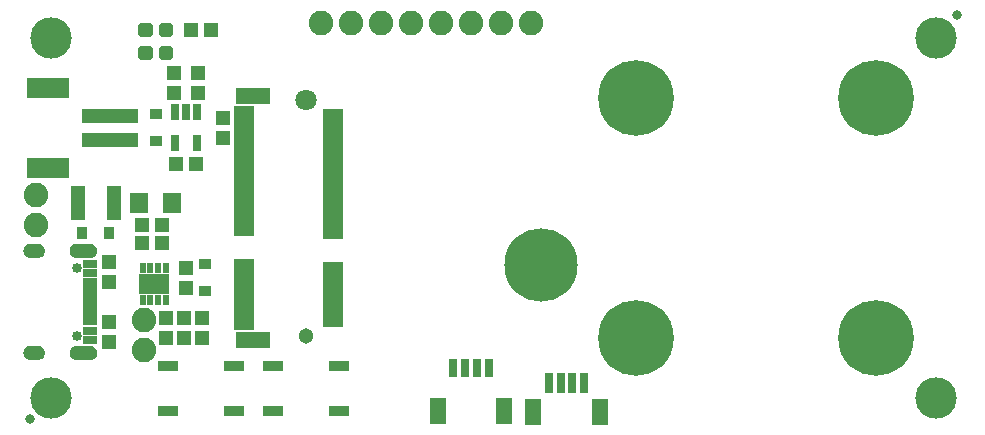
<source format=gts>
G04 EAGLE Gerber RS-274X export*
G75*
%MOMM*%
%FSLAX34Y34*%
%LPD*%
%INSoldermask Top*%
%IPPOS*%
%AMOC8*
5,1,8,0,0,1.08239X$1,22.5*%
G01*
%ADD10R,1.203200X0.503200*%
%ADD11R,1.203200X0.803200*%
%ADD12C,0.853200*%
%ADD13R,1.203200X1.303200*%
%ADD14C,0.838200*%
%ADD15C,3.505200*%
%ADD16R,1.727200X0.965200*%
%ADD17C,6.203200*%
%ADD18R,1.303200X1.203200*%
%ADD19C,0.505344*%
%ADD20C,1.303200*%
%ADD21C,1.803200*%
%ADD22R,1.753200X0.503200*%
%ADD23R,2.953200X1.403200*%
%ADD24R,1.403200X2.203200*%
%ADD25R,0.803200X1.553200*%
%ADD26R,4.803200X1.203200*%
%ADD27R,3.603200X1.803200*%
%ADD28R,0.503200X0.853200*%
%ADD29R,2.553200X1.803200*%
%ADD30R,1.603200X1.803200*%
%ADD31C,2.082800*%
%ADD32R,1.033200X0.833200*%
%ADD33R,1.203200X3.003200*%
%ADD34R,0.753200X1.403200*%
%ADD35R,0.833200X1.033200*%
%ADD36R,0.803200X1.753200*%
%ADD37C,6.400800*%

G36*
X59034Y143834D02*
X59034Y143834D01*
X59037Y143831D01*
X60159Y143986D01*
X60164Y143991D01*
X60168Y143988D01*
X61239Y144359D01*
X61243Y144365D01*
X61248Y144363D01*
X62225Y144936D01*
X62228Y144942D01*
X62233Y144941D01*
X63080Y145694D01*
X63082Y145701D01*
X63087Y145701D01*
X63771Y146604D01*
X63771Y146611D01*
X63776Y146612D01*
X64271Y147631D01*
X64269Y147638D01*
X64274Y147640D01*
X64561Y148737D01*
X64559Y148741D01*
X64561Y148742D01*
X64559Y148744D01*
X64562Y148746D01*
X64629Y149877D01*
X64627Y149881D01*
X64629Y149883D01*
X64562Y151014D01*
X64557Y151019D01*
X64561Y151023D01*
X64274Y152120D01*
X64268Y152124D01*
X64271Y152129D01*
X63776Y153148D01*
X63770Y153151D01*
X63771Y153156D01*
X63087Y154059D01*
X63080Y154061D01*
X63080Y154066D01*
X62233Y154819D01*
X62226Y154819D01*
X62225Y154824D01*
X61248Y155397D01*
X61241Y155396D01*
X61239Y155401D01*
X60168Y155772D01*
X60162Y155769D01*
X60159Y155774D01*
X59037Y155929D01*
X59032Y155926D01*
X59030Y155929D01*
X47030Y155929D01*
X47025Y155926D01*
X47022Y155929D01*
X45755Y155724D01*
X45749Y155718D01*
X45745Y155721D01*
X44555Y155239D01*
X44551Y155232D01*
X44545Y155234D01*
X43492Y154500D01*
X43490Y154492D01*
X43484Y154493D01*
X42621Y153543D01*
X42620Y153534D01*
X42615Y153534D01*
X41985Y152415D01*
X41986Y152407D01*
X41980Y152405D01*
X41615Y151175D01*
X41618Y151167D01*
X41613Y151164D01*
X41531Y149883D01*
X41534Y149879D01*
X41531Y149877D01*
X41613Y148596D01*
X41619Y148590D01*
X41615Y148585D01*
X41980Y147355D01*
X41987Y147350D01*
X41985Y147345D01*
X42615Y146226D01*
X42622Y146223D01*
X42621Y146217D01*
X43484Y145267D01*
X43492Y145266D01*
X43492Y145260D01*
X44545Y144526D01*
X44553Y144526D01*
X44555Y144521D01*
X45745Y144039D01*
X45752Y144041D01*
X45755Y144036D01*
X47022Y143831D01*
X47027Y143834D01*
X47030Y143831D01*
X59030Y143831D01*
X59034Y143834D01*
G37*
G36*
X59034Y57434D02*
X59034Y57434D01*
X59037Y57431D01*
X60159Y57586D01*
X60164Y57591D01*
X60168Y57588D01*
X61239Y57959D01*
X61243Y57965D01*
X61248Y57963D01*
X62225Y58536D01*
X62228Y58542D01*
X62233Y58541D01*
X63080Y59294D01*
X63082Y59301D01*
X63087Y59301D01*
X63771Y60204D01*
X63771Y60211D01*
X63776Y60212D01*
X64271Y61231D01*
X64269Y61238D01*
X64274Y61240D01*
X64561Y62337D01*
X64559Y62341D01*
X64561Y62342D01*
X64559Y62344D01*
X64562Y62346D01*
X64629Y63477D01*
X64627Y63481D01*
X64629Y63483D01*
X64562Y64614D01*
X64557Y64619D01*
X64561Y64623D01*
X64274Y65720D01*
X64268Y65724D01*
X64271Y65729D01*
X63776Y66748D01*
X63770Y66751D01*
X63771Y66756D01*
X63087Y67659D01*
X63080Y67661D01*
X63080Y67666D01*
X62233Y68419D01*
X62226Y68419D01*
X62225Y68424D01*
X61248Y68997D01*
X61241Y68996D01*
X61239Y69001D01*
X60168Y69372D01*
X60162Y69369D01*
X60159Y69374D01*
X59037Y69529D01*
X59032Y69526D01*
X59030Y69529D01*
X47030Y69529D01*
X47025Y69526D01*
X47022Y69529D01*
X45755Y69324D01*
X45749Y69318D01*
X45745Y69321D01*
X44555Y68839D01*
X44551Y68832D01*
X44545Y68834D01*
X43492Y68100D01*
X43490Y68092D01*
X43484Y68093D01*
X42621Y67143D01*
X42620Y67134D01*
X42615Y67134D01*
X41985Y66015D01*
X41986Y66007D01*
X41980Y66005D01*
X41615Y64775D01*
X41618Y64767D01*
X41613Y64764D01*
X41531Y63483D01*
X41534Y63479D01*
X41531Y63477D01*
X41613Y62196D01*
X41619Y62190D01*
X41615Y62185D01*
X41980Y60955D01*
X41987Y60950D01*
X41985Y60945D01*
X42615Y59826D01*
X42622Y59823D01*
X42621Y59817D01*
X43484Y58867D01*
X43492Y58866D01*
X43492Y58860D01*
X44545Y58126D01*
X44553Y58126D01*
X44555Y58121D01*
X45745Y57639D01*
X45752Y57641D01*
X45755Y57636D01*
X47022Y57431D01*
X47027Y57434D01*
X47030Y57431D01*
X59030Y57431D01*
X59034Y57434D01*
G37*
G36*
X14233Y143833D02*
X14233Y143833D01*
X14235Y143831D01*
X15411Y143942D01*
X15416Y143947D01*
X15420Y143944D01*
X16552Y144282D01*
X16556Y144288D01*
X16561Y144286D01*
X17605Y144838D01*
X17608Y144845D01*
X17613Y144843D01*
X18529Y145589D01*
X18530Y145596D01*
X18536Y145596D01*
X19289Y146506D01*
X19289Y146513D01*
X19294Y146514D01*
X19855Y147553D01*
X19854Y147558D01*
X19858Y147560D01*
X19857Y147561D01*
X19859Y147562D01*
X20206Y148691D01*
X20206Y148692D01*
X20207Y148693D01*
X20204Y148697D01*
X20208Y148700D01*
X20329Y149875D01*
X20325Y149882D01*
X20329Y149886D01*
X20172Y151226D01*
X20167Y151232D01*
X20170Y151237D01*
X19719Y152508D01*
X19712Y152513D01*
X19714Y152518D01*
X18992Y153657D01*
X18984Y153660D01*
X18985Y153666D01*
X18027Y154616D01*
X18019Y154617D01*
X18018Y154623D01*
X16873Y155336D01*
X16865Y155335D01*
X16863Y155341D01*
X15587Y155781D01*
X15580Y155779D01*
X15577Y155783D01*
X14235Y155929D01*
X14232Y155927D01*
X14230Y155929D01*
X8230Y155929D01*
X8227Y155927D01*
X8224Y155929D01*
X6895Y155774D01*
X6889Y155768D01*
X6885Y155771D01*
X5624Y155324D01*
X5619Y155317D01*
X5614Y155319D01*
X4484Y154602D01*
X4481Y154595D01*
X4475Y154596D01*
X3533Y153646D01*
X3532Y153637D01*
X3526Y153637D01*
X2819Y152501D01*
X2820Y152493D01*
X2814Y152491D01*
X2378Y151226D01*
X2380Y151218D01*
X2375Y151216D01*
X2231Y149885D01*
X2235Y149879D01*
X2231Y149875D01*
X2341Y148709D01*
X2346Y148704D01*
X2343Y148700D01*
X2678Y147577D01*
X2684Y147573D01*
X2682Y147569D01*
X3230Y146533D01*
X3236Y146530D01*
X3235Y146525D01*
X3974Y145617D01*
X3981Y145615D01*
X3981Y145610D01*
X4883Y144863D01*
X4891Y144863D01*
X4891Y144858D01*
X5922Y144301D01*
X5929Y144302D01*
X5931Y144297D01*
X7050Y143953D01*
X7057Y143955D01*
X7060Y143951D01*
X8225Y143831D01*
X8228Y143833D01*
X8230Y143831D01*
X14230Y143831D01*
X14233Y143833D01*
G37*
G36*
X14233Y57433D02*
X14233Y57433D01*
X14235Y57431D01*
X15411Y57542D01*
X15416Y57547D01*
X15420Y57544D01*
X16552Y57882D01*
X16556Y57888D01*
X16561Y57886D01*
X17605Y58438D01*
X17608Y58445D01*
X17613Y58443D01*
X18529Y59189D01*
X18530Y59196D01*
X18536Y59196D01*
X19289Y60106D01*
X19289Y60113D01*
X19294Y60114D01*
X19855Y61153D01*
X19854Y61158D01*
X19858Y61160D01*
X19857Y61161D01*
X19859Y61162D01*
X20206Y62291D01*
X20206Y62292D01*
X20207Y62293D01*
X20204Y62297D01*
X20208Y62300D01*
X20329Y63475D01*
X20325Y63482D01*
X20329Y63486D01*
X20172Y64826D01*
X20167Y64832D01*
X20170Y64837D01*
X19719Y66108D01*
X19712Y66113D01*
X19714Y66118D01*
X18992Y67257D01*
X18984Y67260D01*
X18985Y67266D01*
X18027Y68216D01*
X18019Y68217D01*
X18018Y68223D01*
X16873Y68936D01*
X16865Y68935D01*
X16863Y68941D01*
X15587Y69381D01*
X15580Y69379D01*
X15577Y69383D01*
X14235Y69529D01*
X14232Y69527D01*
X14230Y69529D01*
X8230Y69529D01*
X8227Y69527D01*
X8224Y69529D01*
X6895Y69374D01*
X6889Y69368D01*
X6885Y69371D01*
X5624Y68924D01*
X5619Y68917D01*
X5614Y68919D01*
X4484Y68202D01*
X4481Y68195D01*
X4475Y68196D01*
X3533Y67246D01*
X3532Y67237D01*
X3526Y67237D01*
X2819Y66101D01*
X2820Y66093D01*
X2814Y66091D01*
X2378Y64826D01*
X2380Y64818D01*
X2375Y64816D01*
X2231Y63485D01*
X2235Y63479D01*
X2231Y63475D01*
X2341Y62309D01*
X2346Y62304D01*
X2343Y62300D01*
X2678Y61177D01*
X2684Y61173D01*
X2682Y61169D01*
X3230Y60133D01*
X3236Y60130D01*
X3235Y60125D01*
X3974Y59217D01*
X3981Y59215D01*
X3981Y59210D01*
X4883Y58463D01*
X4891Y58463D01*
X4891Y58458D01*
X5922Y57901D01*
X5929Y57902D01*
X5931Y57897D01*
X7050Y57553D01*
X7057Y57555D01*
X7060Y57551D01*
X8225Y57431D01*
X8228Y57433D01*
X8230Y57431D01*
X14230Y57431D01*
X14233Y57433D01*
G37*
D10*
X58830Y99180D03*
X58830Y104180D03*
D11*
X58830Y74430D03*
X58830Y82180D03*
D10*
X58830Y89180D03*
X58830Y94180D03*
X58830Y114180D03*
X58830Y109180D03*
D11*
X58830Y138930D03*
X58830Y131180D03*
D10*
X58830Y124180D03*
X58830Y119180D03*
D12*
X47780Y135580D03*
X47780Y77780D03*
D13*
X74930Y140580D03*
X74930Y123580D03*
X74930Y72780D03*
X74930Y89780D03*
D14*
X7620Y7620D03*
X792480Y349250D03*
D15*
X774700Y330200D03*
X25400Y330200D03*
X774700Y25400D03*
X25400Y25400D03*
D16*
X180340Y13970D03*
X124460Y13970D03*
X180340Y52070D03*
X124460Y52070D03*
X269240Y13970D03*
X213360Y13970D03*
X269240Y52070D03*
X213360Y52070D03*
D17*
X440730Y137600D03*
D18*
X143900Y336550D03*
X160900Y336550D03*
D19*
X109020Y340040D02*
X109020Y333060D01*
X102040Y333060D01*
X102040Y340040D01*
X109020Y340040D01*
X109020Y337860D02*
X102040Y337860D01*
X126560Y340040D02*
X126560Y333060D01*
X119580Y333060D01*
X119580Y340040D01*
X126560Y340040D01*
X126560Y337860D02*
X119580Y337860D01*
D20*
X241300Y77800D03*
D21*
X241300Y277800D03*
D22*
X188550Y85300D03*
D23*
X196300Y74300D03*
X196300Y281300D03*
D22*
X264050Y87800D03*
X188550Y90300D03*
X264050Y92800D03*
X188550Y95300D03*
X264050Y97800D03*
X188550Y100300D03*
X264050Y102800D03*
X188550Y105300D03*
X264050Y107800D03*
X188550Y110300D03*
X264050Y112800D03*
X188550Y115300D03*
X264050Y117800D03*
X188550Y120300D03*
X264050Y122800D03*
X188550Y125300D03*
X264050Y127800D03*
X188550Y130300D03*
X264050Y132800D03*
X188550Y135300D03*
X264050Y137800D03*
X188550Y140300D03*
X264050Y162800D03*
X188550Y165300D03*
X264050Y167800D03*
X188550Y170300D03*
X264050Y172800D03*
X188550Y175300D03*
X264050Y177800D03*
X188550Y180300D03*
X264050Y182800D03*
X188550Y185300D03*
X264050Y187800D03*
X188550Y190300D03*
X264050Y192800D03*
X188550Y195300D03*
X264050Y197800D03*
X188550Y200300D03*
X264050Y202800D03*
X188550Y205300D03*
X264050Y207800D03*
X188550Y210300D03*
X264050Y212800D03*
X188550Y215300D03*
X264050Y217800D03*
X188550Y220300D03*
X264050Y222800D03*
X188550Y225300D03*
X264050Y227800D03*
X188550Y230300D03*
X264050Y232800D03*
X188550Y235300D03*
X264050Y237800D03*
X188550Y240300D03*
X264050Y242800D03*
X188550Y245300D03*
X264050Y247800D03*
X188550Y250300D03*
X264050Y252800D03*
X188550Y255300D03*
X264050Y257800D03*
X188550Y260300D03*
X264050Y262800D03*
X188550Y265300D03*
X264050Y267800D03*
X188550Y270300D03*
D24*
X353000Y14050D03*
X409000Y14050D03*
D25*
X366000Y50800D03*
X376000Y50800D03*
X386000Y50800D03*
X396000Y50800D03*
D26*
X75100Y244000D03*
X75100Y264000D03*
D27*
X23100Y220000D03*
X23100Y288000D03*
D28*
X103280Y108170D03*
X109780Y108170D03*
X116280Y108170D03*
X122780Y108170D03*
X122780Y135670D03*
X116280Y135670D03*
X109780Y135670D03*
X103280Y135670D03*
D29*
X113030Y121920D03*
D18*
X102380Y156210D03*
X119380Y156210D03*
X102380Y171450D03*
X119380Y171450D03*
D30*
X128300Y190500D03*
X100300Y190500D03*
D31*
X104140Y91440D03*
X104140Y66040D03*
D13*
X139700Y135500D03*
X139700Y118500D03*
D32*
X156210Y138500D03*
X156210Y115500D03*
D13*
X123190Y93200D03*
X123190Y76200D03*
X138430Y93200D03*
X138430Y76200D03*
X153670Y93200D03*
X153670Y76200D03*
D33*
X48500Y190500D03*
X78500Y190500D03*
D34*
X149200Y267001D03*
X139700Y267001D03*
X130200Y267001D03*
X130200Y240999D03*
X149200Y240999D03*
D13*
X171450Y262500D03*
X171450Y245500D03*
X129540Y283600D03*
X129540Y300600D03*
D18*
X131200Y223520D03*
X148200Y223520D03*
D32*
X114300Y242500D03*
X114300Y265500D03*
D19*
X119580Y314010D02*
X119580Y320990D01*
X126560Y320990D01*
X126560Y314010D01*
X119580Y314010D01*
X119580Y318810D02*
X126560Y318810D01*
X102040Y320990D02*
X102040Y314010D01*
X102040Y320990D02*
X109020Y320990D01*
X109020Y314010D01*
X102040Y314010D01*
X102040Y318810D02*
X109020Y318810D01*
D13*
X149860Y300600D03*
X149860Y283600D03*
D31*
X12700Y196850D03*
X12700Y171450D03*
D35*
X75000Y165100D03*
X52000Y165100D03*
D36*
X477060Y37970D03*
X467060Y37970D03*
X457060Y37970D03*
X447060Y37970D03*
D24*
X490060Y13720D03*
X434060Y13720D03*
D31*
X254000Y342900D03*
X279400Y342900D03*
X304800Y342900D03*
X330200Y342900D03*
X355600Y342900D03*
X381000Y342900D03*
X406400Y342900D03*
X431800Y342900D03*
D37*
X520700Y279400D03*
X723900Y279400D03*
X520700Y76200D03*
X723900Y76200D03*
M02*

</source>
